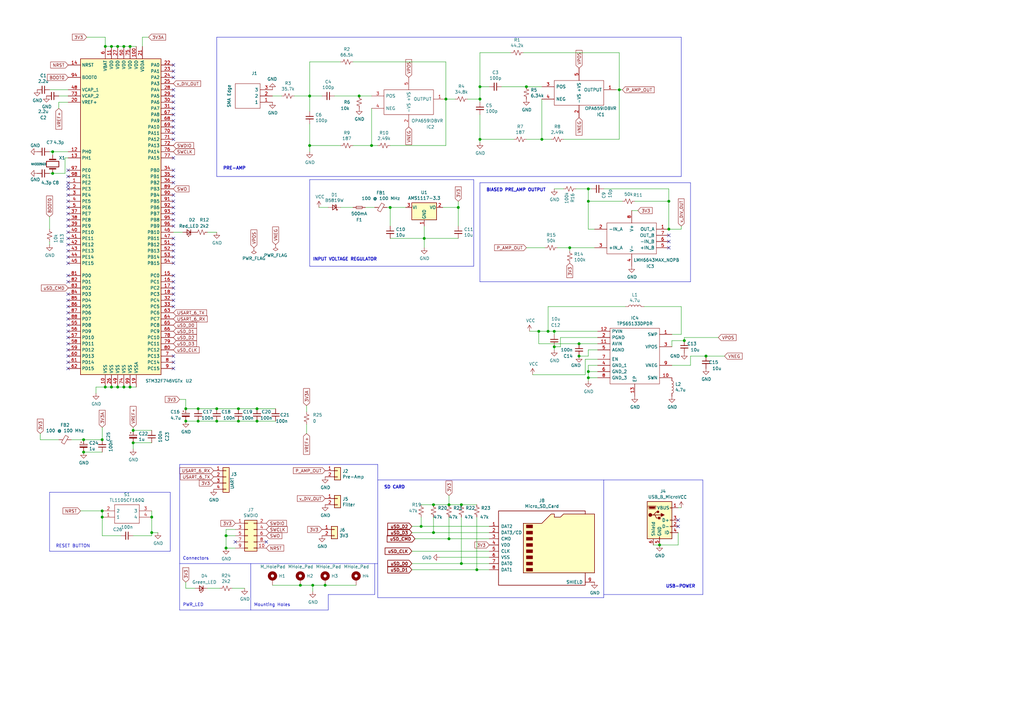
<source format=kicad_sch>
(kicad_sch (version 20200828) (generator eeschema)
  (page 1 1)
  (paper "A3")
  (junction (at 21.59 62.23) (diameter 1.016))
  (junction (at 21.59 71.12) (diameter 1.016))
  (junction (at 34.29 180.34) (diameter 1.016))
  (junction (at 34.29 185.42) (diameter 1.016))
  (junction (at 41.91 180.34) (diameter 1.016))
  (junction (at 41.91 209.55) (diameter 1.016))
  (junction (at 41.91 212.09) (diameter 1.016))
  (junction (at 43.18 19.05) (diameter 1.016))
  (junction (at 43.18 158.75) (diameter 1.016))
  (junction (at 45.72 19.05) (diameter 1.016))
  (junction (at 45.72 158.75) (diameter 1.016))
  (junction (at 48.26 19.05) (diameter 1.016))
  (junction (at 48.26 158.75) (diameter 1.016))
  (junction (at 50.8 19.05) (diameter 1.016))
  (junction (at 50.8 158.75) (diameter 1.016))
  (junction (at 53.34 19.05) (diameter 1.016))
  (junction (at 53.34 158.75) (diameter 1.016))
  (junction (at 54.61 176.53) (diameter 1.016))
  (junction (at 54.61 181.61) (diameter 1.016))
  (junction (at 62.23 212.09) (diameter 1.016))
  (junction (at 62.23 218.44) (diameter 1.016))
  (junction (at 76.2 167.64) (diameter 1.016))
  (junction (at 76.2 172.72) (diameter 1.016))
  (junction (at 81.28 167.64) (diameter 1.016))
  (junction (at 81.28 172.72) (diameter 1.016))
  (junction (at 88.9 167.64) (diameter 1.016))
  (junction (at 88.9 172.72) (diameter 1.016))
  (junction (at 92.71 219.71) (diameter 1.016))
  (junction (at 92.71 224.79) (diameter 1.016))
  (junction (at 97.79 167.64) (diameter 1.016))
  (junction (at 97.79 172.72) (diameter 1.016))
  (junction (at 105.41 167.64) (diameter 1.016))
  (junction (at 105.41 172.72) (diameter 1.016))
  (junction (at 123.19 240.03) (diameter 1.016))
  (junction (at 127 39.37) (diameter 1.016))
  (junction (at 127 59.69) (diameter 1.016))
  (junction (at 128.27 240.03) (diameter 1.016))
  (junction (at 133.35 240.03) (diameter 1.016))
  (junction (at 147.32 39.37) (diameter 1.016))
  (junction (at 152.4 59.69) (diameter 1.016))
  (junction (at 160.02 85.09) (diameter 1.016))
  (junction (at 172.72 215.9) (diameter 1.016))
  (junction (at 173.99 97.79) (diameter 1.016))
  (junction (at 177.8 207.01) (diameter 1.016))
  (junction (at 177.8 218.44) (diameter 1.016))
  (junction (at 182.88 40.64) (diameter 1.016))
  (junction (at 184.15 207.01) (diameter 1.016))
  (junction (at 184.15 220.98) (diameter 1.016))
  (junction (at 187.96 85.09) (diameter 1.016))
  (junction (at 189.23 207.01) (diameter 1.016))
  (junction (at 189.23 231.14) (diameter 1.016))
  (junction (at 195.58 233.68) (diameter 1.016))
  (junction (at 196.85 35.56) (diameter 1.016))
  (junction (at 196.85 40.64) (diameter 1.016))
  (junction (at 196.85 57.15) (diameter 1.016))
  (junction (at 215.9 35.56) (diameter 1.016))
  (junction (at 220.98 135.89) (diameter 1.016))
  (junction (at 222.25 57.15) (diameter 1.016))
  (junction (at 224.79 135.89) (diameter 1.016))
  (junction (at 227.33 135.89) (diameter 1.016))
  (junction (at 227.33 142.24) (diameter 1.016))
  (junction (at 233.68 101.6) (diameter 1.016))
  (junction (at 237.49 140.97) (diameter 1.016))
  (junction (at 237.49 146.05) (diameter 1.016))
  (junction (at 241.3 77.47) (diameter 1.016))
  (junction (at 241.3 82.55) (diameter 1.016))
  (junction (at 241.3 152.4) (diameter 1.016))
  (junction (at 241.3 154.94) (diameter 1.016))
  (junction (at 254 36.83) (diameter 1.016))
  (junction (at 270.51 223.52) (diameter 1.016))
  (junction (at 274.32 82.55) (diameter 1.016))
  (junction (at 274.32 93.98) (diameter 1.016))
  (junction (at 280.67 139.7) (diameter 1.016))
  (junction (at 289.56 146.05) (diameter 1.016))
  (no_connect (at 71.12 31.75))
  (no_connect (at 71.12 46.99))
  (no_connect (at 71.12 118.11))
  (no_connect (at 27.94 128.27))
  (no_connect (at 278.13 213.36))
  (no_connect (at 71.12 41.91))
  (no_connect (at 27.94 76.2))
  (no_connect (at 109.22 222.25))
  (no_connect (at 71.12 69.85))
  (no_connect (at 27.94 140.97))
  (no_connect (at 27.94 82.55))
  (no_connect (at 71.12 72.39))
  (no_connect (at 71.12 64.77))
  (no_connect (at 71.12 123.19))
  (no_connect (at 27.94 100.33))
  (no_connect (at 27.94 105.41))
  (no_connect (at 71.12 74.93))
  (no_connect (at 71.12 54.61))
  (no_connect (at 27.94 74.93))
  (no_connect (at 27.94 92.71))
  (no_connect (at 27.94 85.09))
  (no_connect (at 27.94 69.85))
  (no_connect (at 71.12 82.55))
  (no_connect (at 71.12 39.37))
  (no_connect (at 27.94 151.13))
  (no_connect (at 27.94 72.39))
  (no_connect (at 27.94 102.87))
  (no_connect (at 274.32 96.52))
  (no_connect (at 71.12 107.95))
  (no_connect (at 71.12 125.73))
  (no_connect (at 71.12 57.15))
  (no_connect (at 27.94 148.59))
  (no_connect (at 27.94 90.17))
  (no_connect (at 27.94 138.43))
  (no_connect (at 71.12 97.79))
  (no_connect (at 71.12 36.83))
  (no_connect (at 27.94 80.01))
  (no_connect (at 274.32 101.6))
  (no_connect (at 71.12 44.45))
  (no_connect (at 27.94 77.47))
  (no_connect (at 278.13 215.9))
  (no_connect (at 27.94 87.63))
  (no_connect (at 71.12 100.33))
  (no_connect (at 71.12 148.59))
  (no_connect (at 27.94 95.25))
  (no_connect (at 27.94 120.65))
  (no_connect (at 71.12 85.09))
  (no_connect (at 274.32 99.06))
  (no_connect (at 71.12 80.01))
  (no_connect (at 27.94 146.05))
  (no_connect (at 27.94 130.81))
  (no_connect (at 71.12 49.53))
  (no_connect (at 27.94 125.73))
  (no_connect (at 71.12 113.03))
  (no_connect (at 71.12 52.07))
  (no_connect (at 71.12 120.65))
  (no_connect (at 71.12 90.17))
  (no_connect (at 27.94 133.35))
  (no_connect (at 27.94 107.95))
  (no_connect (at 71.12 151.13))
  (no_connect (at 71.12 87.63))
  (no_connect (at 27.94 123.19))
  (no_connect (at 71.12 105.41))
  (no_connect (at 27.94 97.79))
  (no_connect (at 71.12 115.57))
  (no_connect (at 71.12 26.67))
  (no_connect (at 27.94 115.57))
  (no_connect (at 71.12 146.05))
  (no_connect (at 27.94 113.03))
  (no_connect (at 71.12 92.71))
  (no_connect (at 27.94 143.51))
  (no_connect (at 27.94 135.89))
  (no_connect (at 96.52 222.25))
  (no_connect (at 71.12 29.21))
  (no_connect (at 71.12 102.87))
  (wire (pts (xy 16.51 180.34) (xy 16.51 177.8)))
  (wire (pts (xy 20.32 36.83) (xy 27.94 36.83)))
  (wire (pts (xy 20.32 62.23) (xy 21.59 62.23)))
  (wire (pts (xy 20.32 71.12) (xy 21.59 71.12)))
  (wire (pts (xy 20.32 93.98) (xy 20.32 88.9)))
  (wire (pts (xy 20.32 100.33) (xy 20.32 99.06)))
  (wire (pts (xy 21.59 62.23) (xy 27.94 62.23)))
  (wire (pts (xy 21.59 63.5) (xy 21.59 62.23)))
  (wire (pts (xy 24.13 39.37) (xy 27.94 39.37)))
  (wire (pts (xy 24.13 41.91) (xy 27.94 41.91)))
  (wire (pts (xy 24.13 44.45) (xy 24.13 41.91)))
  (wire (pts (xy 24.13 180.34) (xy 16.51 180.34)))
  (wire (pts (xy 26.67 64.77) (xy 26.67 71.12)))
  (wire (pts (xy 26.67 71.12) (xy 21.59 71.12)))
  (wire (pts (xy 27.94 64.77) (xy 26.67 64.77)))
  (wire (pts (xy 29.21 180.34) (xy 34.29 180.34)))
  (wire (pts (xy 35.56 15.24) (xy 43.18 15.24)))
  (wire (pts (xy 39.37 158.75) (xy 43.18 158.75)))
  (wire (pts (xy 39.37 161.29) (xy 39.37 158.75)))
  (wire (pts (xy 41.91 180.34) (xy 34.29 180.34)))
  (wire (pts (xy 41.91 180.34) (xy 41.91 175.26)))
  (wire (pts (xy 41.91 185.42) (xy 34.29 185.42)))
  (wire (pts (xy 41.91 209.55) (xy 33.02 209.55)))
  (wire (pts (xy 41.91 212.09) (xy 41.91 209.55)))
  (wire (pts (xy 41.91 219.71) (xy 41.91 212.09)))
  (wire (pts (xy 43.18 15.24) (xy 43.18 19.05)))
  (wire (pts (xy 45.72 19.05) (xy 43.18 19.05)))
  (wire (pts (xy 45.72 158.75) (xy 43.18 158.75)))
  (wire (pts (xy 48.26 19.05) (xy 45.72 19.05)))
  (wire (pts (xy 48.26 158.75) (xy 45.72 158.75)))
  (wire (pts (xy 49.53 219.71) (xy 41.91 219.71)))
  (wire (pts (xy 50.8 19.05) (xy 48.26 19.05)))
  (wire (pts (xy 50.8 158.75) (xy 48.26 158.75)))
  (wire (pts (xy 53.34 19.05) (xy 50.8 19.05)))
  (wire (pts (xy 53.34 158.75) (xy 50.8 158.75)))
  (wire (pts (xy 54.61 176.53) (xy 54.61 175.26)))
  (wire (pts (xy 54.61 181.61) (xy 54.61 184.15)))
  (wire (pts (xy 54.61 219.71) (xy 62.23 219.71)))
  (wire (pts (xy 55.88 19.05) (xy 53.34 19.05)))
  (wire (pts (xy 55.88 158.75) (xy 53.34 158.75)))
  (wire (pts (xy 58.42 15.24) (xy 60.96 15.24)))
  (wire (pts (xy 58.42 19.05) (xy 58.42 15.24)))
  (wire (pts (xy 62.23 176.53) (xy 54.61 176.53)))
  (wire (pts (xy 62.23 181.61) (xy 54.61 181.61)))
  (wire (pts (xy 62.23 212.09) (xy 62.23 209.55)))
  (wire (pts (xy 62.23 218.44) (xy 62.23 212.09)))
  (wire (pts (xy 62.23 219.71) (xy 62.23 218.44)))
  (wire (pts (xy 64.77 218.44) (xy 62.23 218.44)))
  (wire (pts (xy 74.93 95.25) (xy 71.12 95.25)))
  (wire (pts (xy 76.2 163.83) (xy 73.66 163.83)))
  (wire (pts (xy 76.2 163.83) (xy 76.2 167.64)))
  (wire (pts (xy 76.2 241.3) (xy 76.2 238.76)))
  (wire (pts (xy 76.2 241.3) (xy 80.01 241.3)))
  (wire (pts (xy 81.28 167.64) (xy 76.2 167.64)))
  (wire (pts (xy 81.28 167.64) (xy 88.9 167.64)))
  (wire (pts (xy 81.28 172.72) (xy 76.2 172.72)))
  (wire (pts (xy 85.09 95.25) (xy 88.9 95.25)))
  (wire (pts (xy 85.09 241.3) (xy 90.17 241.3)))
  (wire (pts (xy 88.9 167.64) (xy 97.79 167.64)))
  (wire (pts (xy 88.9 172.72) (xy 81.28 172.72)))
  (wire (pts (xy 88.9 172.72) (xy 97.79 172.72)))
  (wire (pts (xy 92.71 217.17) (xy 92.71 219.71)))
  (wire (pts (xy 92.71 219.71) (xy 92.71 224.79)))
  (wire (pts (xy 95.25 241.3) (xy 100.33 241.3)))
  (wire (pts (xy 96.52 217.17) (xy 92.71 217.17)))
  (wire (pts (xy 96.52 219.71) (xy 92.71 219.71)))
  (wire (pts (xy 96.52 224.79) (xy 92.71 224.79)))
  (wire (pts (xy 97.79 167.64) (xy 105.41 167.64)))
  (wire (pts (xy 97.79 172.72) (xy 105.41 172.72)))
  (wire (pts (xy 105.41 167.64) (xy 113.03 167.64)))
  (wire (pts (xy 105.41 172.72) (xy 113.03 172.72)))
  (wire (pts (xy 111.76 39.37) (xy 115.57 39.37)))
  (wire (pts (xy 111.76 240.03) (xy 123.19 240.03)))
  (wire (pts (xy 120.65 39.37) (xy 127 39.37)))
  (wire (pts (xy 123.19 240.03) (xy 128.27 240.03)))
  (wire (pts (xy 125.73 166.37) (xy 125.73 168.91)))
  (wire (pts (xy 125.73 173.99) (xy 125.73 177.8)))
  (wire (pts (xy 127 25.4) (xy 127 39.37)))
  (wire (pts (xy 127 39.37) (xy 127 45.72)))
  (wire (pts (xy 127 39.37) (xy 132.08 39.37)))
  (wire (pts (xy 127 50.8) (xy 127 59.69)))
  (wire (pts (xy 127 59.69) (xy 127 62.23)))
  (wire (pts (xy 128.27 240.03) (xy 133.35 240.03)))
  (wire (pts (xy 128.27 242.57) (xy 128.27 240.03)))
  (wire (pts (xy 134.62 85.09) (xy 130.81 85.09)))
  (wire (pts (xy 137.16 39.37) (xy 147.32 39.37)))
  (wire (pts (xy 139.7 25.4) (xy 127 25.4)))
  (wire (pts (xy 139.7 59.69) (xy 127 59.69)))
  (wire (pts (xy 139.7 85.09) (xy 144.78 85.09)))
  (wire (pts (xy 144.78 25.4) (xy 182.88 25.4)))
  (wire (pts (xy 144.78 59.69) (xy 152.4 59.69)))
  (wire (pts (xy 146.05 240.03) (xy 133.35 240.03)))
  (wire (pts (xy 147.32 39.37) (xy 152.4 39.37)))
  (wire (pts (xy 149.86 85.09) (xy 153.67 85.09)))
  (wire (pts (xy 152.4 44.45) (xy 152.4 59.69)))
  (wire (pts (xy 152.4 59.69) (xy 154.94 59.69)))
  (wire (pts (xy 158.75 85.09) (xy 160.02 85.09)))
  (wire (pts (xy 160.02 59.69) (xy 182.88 59.69)))
  (wire (pts (xy 160.02 85.09) (xy 160.02 92.71)))
  (wire (pts (xy 160.02 97.79) (xy 173.99 97.79)))
  (wire (pts (xy 166.37 85.09) (xy 160.02 85.09)))
  (wire (pts (xy 168.91 215.9) (xy 172.72 215.9)))
  (wire (pts (xy 168.91 218.44) (xy 177.8 218.44)))
  (wire (pts (xy 168.91 226.06) (xy 200.66 226.06)))
  (wire (pts (xy 168.91 231.14) (xy 189.23 231.14)))
  (wire (pts (xy 168.91 233.68) (xy 195.58 233.68)))
  (wire (pts (xy 170.18 220.98) (xy 184.15 220.98)))
  (wire (pts (xy 172.72 207.01) (xy 177.8 207.01)))
  (wire (pts (xy 172.72 212.09) (xy 172.72 215.9)))
  (wire (pts (xy 172.72 215.9) (xy 200.66 215.9)))
  (wire (pts (xy 173.99 97.79) (xy 173.99 92.71)))
  (wire (pts (xy 173.99 97.79) (xy 173.99 101.6)))
  (wire (pts (xy 177.8 212.09) (xy 177.8 218.44)))
  (wire (pts (xy 177.8 218.44) (xy 200.66 218.44)))
  (wire (pts (xy 181.61 85.09) (xy 187.96 85.09)))
  (wire (pts (xy 182.88 25.4) (xy 182.88 40.64)))
  (wire (pts (xy 182.88 59.69) (xy 182.88 40.64)))
  (wire (pts (xy 184.15 203.2) (xy 184.15 207.01)))
  (wire (pts (xy 184.15 207.01) (xy 177.8 207.01)))
  (wire (pts (xy 184.15 207.01) (xy 189.23 207.01)))
  (wire (pts (xy 184.15 212.09) (xy 184.15 220.98)))
  (wire (pts (xy 184.15 220.98) (xy 200.66 220.98)))
  (wire (pts (xy 186.69 40.64) (xy 182.88 40.64)))
  (wire (pts (xy 187.96 82.55) (xy 187.96 85.09)))
  (wire (pts (xy 187.96 85.09) (xy 187.96 92.71)))
  (wire (pts (xy 187.96 97.79) (xy 173.99 97.79)))
  (wire (pts (xy 189.23 212.09) (xy 189.23 231.14)))
  (wire (pts (xy 189.23 231.14) (xy 200.66 231.14)))
  (wire (pts (xy 191.77 40.64) (xy 196.85 40.64)))
  (wire (pts (xy 195.58 207.01) (xy 189.23 207.01)))
  (wire (pts (xy 195.58 212.09) (xy 195.58 233.68)))
  (wire (pts (xy 195.58 233.68) (xy 200.66 233.68)))
  (wire (pts (xy 196.85 21.59) (xy 196.85 35.56)))
  (wire (pts (xy 196.85 35.56) (xy 196.85 40.64)))
  (wire (pts (xy 196.85 40.64) (xy 196.85 41.91)))
  (wire (pts (xy 196.85 46.99) (xy 196.85 57.15)))
  (wire (pts (xy 196.85 57.15) (xy 196.85 58.42)))
  (wire (pts (xy 196.85 57.15) (xy 210.82 57.15)))
  (wire (pts (xy 200.66 35.56) (xy 196.85 35.56)))
  (wire (pts (xy 200.66 228.6) (xy 180.34 228.6)))
  (wire (pts (xy 205.74 35.56) (xy 215.9 35.56)))
  (wire (pts (xy 209.55 21.59) (xy 196.85 21.59)))
  (wire (pts (xy 214.63 21.59) (xy 254 21.59)))
  (wire (pts (xy 215.9 35.56) (xy 222.25 35.56)))
  (wire (pts (xy 215.9 57.15) (xy 222.25 57.15)))
  (wire (pts (xy 217.17 135.89) (xy 220.98 135.89)))
  (wire (pts (xy 220.98 135.89) (xy 220.98 140.97)))
  (wire (pts (xy 220.98 135.89) (xy 224.79 135.89)))
  (wire (pts (xy 220.98 140.97) (xy 237.49 140.97)))
  (wire (pts (xy 222.25 40.64) (xy 222.25 57.15)))
  (wire (pts (xy 222.25 57.15) (xy 226.06 57.15)))
  (wire (pts (xy 223.52 101.6) (xy 215.9 101.6)))
  (wire (pts (xy 224.79 125.73) (xy 224.79 135.89)))
  (wire (pts (xy 224.79 125.73) (xy 256.54 125.73)))
  (wire (pts (xy 224.79 135.89) (xy 227.33 135.89)))
  (wire (pts (xy 227.33 135.89) (xy 245.11 135.89)))
  (wire (pts (xy 227.33 137.16) (xy 227.33 135.89)))
  (wire (pts (xy 227.33 143.51) (xy 227.33 142.24)))
  (wire (pts (xy 228.6 101.6) (xy 233.68 101.6)))
  (wire (pts (xy 229.87 138.43) (xy 229.87 142.24)))
  (wire (pts (xy 229.87 142.24) (xy 227.33 142.24)))
  (wire (pts (xy 231.14 57.15) (xy 254 57.15)))
  (wire (pts (xy 231.14 77.47) (xy 227.33 77.47)))
  (wire (pts (xy 233.68 101.6) (xy 233.68 102.87)))
  (wire (pts (xy 236.22 77.47) (xy 241.3 77.47)))
  (wire (pts (xy 240.03 147.32) (xy 240.03 153.67)))
  (wire (pts (xy 240.03 153.67) (xy 218.44 153.67)))
  (wire (pts (xy 241.3 77.47) (xy 241.3 82.55)))
  (wire (pts (xy 241.3 77.47) (xy 242.57 77.47)))
  (wire (pts (xy 241.3 82.55) (xy 241.3 93.98)))
  (wire (pts (xy 241.3 93.98) (xy 243.84 93.98)))
  (wire (pts (xy 241.3 143.51) (xy 241.3 146.05)))
  (wire (pts (xy 241.3 146.05) (xy 237.49 146.05)))
  (wire (pts (xy 241.3 149.86) (xy 241.3 152.4)))
  (wire (pts (xy 241.3 152.4) (xy 241.3 154.94)))
  (wire (pts (xy 241.3 152.4) (xy 245.11 152.4)))
  (wire (pts (xy 241.3 154.94) (xy 241.3 156.21)))
  (wire (pts (xy 243.84 101.6) (xy 233.68 101.6)))
  (wire (pts (xy 245.11 138.43) (xy 229.87 138.43)))
  (wire (pts (xy 245.11 140.97) (xy 237.49 140.97)))
  (wire (pts (xy 245.11 143.51) (xy 241.3 143.51)))
  (wire (pts (xy 245.11 147.32) (xy 240.03 147.32)))
  (wire (pts (xy 245.11 149.86) (xy 241.3 149.86)))
  (wire (pts (xy 245.11 154.94) (xy 241.3 154.94)))
  (wire (pts (xy 247.65 77.47) (xy 274.32 77.47)))
  (wire (pts (xy 252.73 36.83) (xy 254 36.83)))
  (wire (pts (xy 254 21.59) (xy 254 36.83)))
  (wire (pts (xy 254 36.83) (xy 255.27 36.83)))
  (wire (pts (xy 254 57.15) (xy 254 36.83)))
  (wire (pts (xy 255.27 82.55) (xy 241.3 82.55)))
  (wire (pts (xy 259.08 86.36) (xy 261.62 86.36)))
  (wire (pts (xy 260.35 82.55) (xy 274.32 82.55)))
  (wire (pts (xy 264.16 125.73) (xy 279.4 125.73)))
  (wire (pts (xy 267.97 223.52) (xy 270.51 223.52)))
  (wire (pts (xy 274.32 77.47) (xy 274.32 82.55)))
  (wire (pts (xy 274.32 82.55) (xy 274.32 93.98)))
  (wire (pts (xy 275.59 139.7) (xy 280.67 139.7)))
  (wire (pts (xy 275.59 142.24) (xy 275.59 139.7)))
  (wire (pts (xy 278.13 208.28) (xy 279.4 208.28)))
  (wire (pts (xy 278.13 218.44) (xy 278.13 223.52)))
  (wire (pts (xy 278.13 223.52) (xy 270.51 223.52)))
  (wire (pts (xy 279.4 92.71) (xy 279.4 93.98)))
  (wire (pts (xy 279.4 93.98) (xy 274.32 93.98)))
  (wire (pts (xy 279.4 125.73) (xy 279.4 137.16)))
  (wire (pts (xy 279.4 137.16) (xy 275.59 137.16)))
  (wire (pts (xy 280.67 138.43) (xy 280.67 139.7)))
  (wire (pts (xy 283.21 146.05) (xy 283.21 149.86)))
  (wire (pts (xy 283.21 149.86) (xy 275.59 149.86)))
  (wire (pts (xy 289.56 146.05) (xy 283.21 146.05)))
  (wire (pts (xy 294.64 138.43) (xy 280.67 138.43)))
  (wire (pts (xy 297.18 146.05) (xy 289.56 146.05)))
  (polyline (pts (xy 20.32 201.93) (xy 69.85 201.93)) (stroke (width 0) (type solid)))
  (polyline (pts (xy 20.32 226.06) (xy 20.32 201.93)) (stroke (width 0) (type solid)))
  (polyline (pts (xy 69.85 201.93) (xy 69.85 226.06)) (stroke (width 0) (type solid)))
  (polyline (pts (xy 69.85 226.06) (xy 20.32 226.06)) (stroke (width 0) (type solid)))
  (polyline (pts (xy 73.66 190.5) (xy 73.66 250.19)) (stroke (width 0) (type solid)))
  (polyline (pts (xy 73.66 190.5) (xy 154.94 190.5)) (stroke (width 0) (type solid)))
  (polyline (pts (xy 73.66 231.14) (xy 154.94 231.14)) (stroke (width 0) (type solid)))
  (polyline (pts (xy 73.66 250.19) (xy 134.62 250.19)) (stroke (width 0) (type solid)))
  (polyline (pts (xy 88.9 15.24) (xy 88.9 72.39)) (stroke (width 0) (type solid)))
  (polyline (pts (xy 88.9 72.39) (xy 279.4 72.39)) (stroke (width 0) (type solid)))
  (polyline (pts (xy 102.87 250.19) (xy 102.87 231.14)) (stroke (width 0) (type solid)))
  (polyline (pts (xy 127 73.66) (xy 194.31 73.66)) (stroke (width 0) (type solid)))
  (polyline (pts (xy 127 109.22) (xy 127 73.66)) (stroke (width 0) (type solid)))
  (polyline (pts (xy 134.62 243.84) (xy 134.62 250.19)) (stroke (width 0) (type solid)))
  (polyline (pts (xy 153.67 231.14) (xy 153.67 243.84)) (stroke (width 0) (type solid)))
  (polyline (pts (xy 153.67 243.84) (xy 134.62 243.84)) (stroke (width 0) (type solid)))
  (polyline (pts (xy 154.94 190.5) (xy 154.94 245.11)) (stroke (width 0) (type solid)))
  (polyline (pts (xy 154.94 196.85) (xy 288.29 196.85)) (stroke (width 0) (type solid)))
  (polyline (pts (xy 194.31 73.66) (xy 194.31 109.22)) (stroke (width 0) (type solid)))
  (polyline (pts (xy 194.31 109.22) (xy 127 109.22)) (stroke (width 0) (type solid)))
  (polyline (pts (xy 196.85 74.93) (xy 196.85 115.57)) (stroke (width 0) (type solid)))
  (polyline (pts (xy 196.85 115.57) (xy 283.21 115.57)) (stroke (width 0) (type solid)))
  (polyline (pts (xy 247.65 196.85) (xy 247.65 245.11)) (stroke (width 0) (type solid)))
  (polyline (pts (xy 247.65 245.11) (xy 154.94 245.11)) (stroke (width 0) (type solid)))
  (polyline (pts (xy 279.4 15.24) (xy 88.9 15.24)) (stroke (width 0) (type solid)))
  (polyline (pts (xy 279.4 72.39) (xy 279.4 15.24)) (stroke (width 0) (type solid)))
  (polyline (pts (xy 283.21 74.93) (xy 196.85 74.93)) (stroke (width 0) (type solid)))
  (polyline (pts (xy 283.21 115.57) (xy 283.21 74.93)) (stroke (width 0) (type solid)))
  (polyline (pts (xy 288.29 196.85) (xy 288.29 243.84)) (stroke (width 0) (type solid)))
  (polyline (pts (xy 288.29 243.84) (xy 247.65 243.84)) (stroke (width 0) (type solid)))
  (text "RESET BUTTON\n" (at 22.86 224.79 0) (effects (font (size 1.27 1.27)) (justify left bottom)))
  (text "Connectors\n" (at 74.93 229.87 0) (effects (font (size 1.27 1.27)) (justify left bottom)))
  (text "PWR_LED" (at 74.93 248.92 0) (effects (font (size 1.27 1.27)) (justify left bottom)))
  (text "PRE-AMP\n" (at 91.44 69.85 0) (effects (font (size 1.27 1.27) (thickness 0.254) bold) (justify left bottom)))
  (text "Mounting Holes\n" (at 104.14 248.92 0) (effects (font (size 1.27 1.27)) (justify left bottom)))
  (text "INPUT VOLTAGE REGULATOR\n " (at 128.27 109.22 0) (effects (font (size 1.27 1.27) (thickness 0.254) bold) (justify left bottom)))
  (text "SD CARD\n" (at 157.48 200.66 0) (effects (font (size 1.27 1.27) (thickness 0.254) bold) (justify left bottom)))
  (text "BIASED PRE_AMP OUTPUT" (at 199.39 78.74 0) (effects (font (size 1.27 1.27) (thickness 0.254) bold) (justify left bottom)))
  (text "USB-POWER" (at 273.05 241.3 0) (effects (font (size 1.27 1.27) (thickness 0.254) bold) (justify left bottom)))
  (global_label "3V3" (shape input) (at 16.51 177.8 90))
  (global_label "BOOT0" (shape input) (at 20.32 88.9 90))
  (global_label "VREF+" (shape input) (at 24.13 44.45 270))
  (global_label "NRST" (shape input) (at 27.94 26.67 180))
  (global_label "BOOT0" (shape input) (at 27.94 31.75 180))
  (global_label "uSD_CMD" (shape input) (at 27.94 118.11 180))
  (global_label "NRST" (shape input) (at 33.02 209.55 180))
  (global_label "3V3" (shape input) (at 35.56 15.24 180))
  (global_label "3V3A" (shape input) (at 41.91 175.26 90))
  (global_label "VREF+" (shape input) (at 54.61 175.26 90))
  (global_label "3V3A" (shape input) (at 60.96 15.24 0))
  (global_label "v_DIV_OUT" (shape input) (at 71.12 34.29 0) (effects (font (size 1.1938 1.1938))))
  (global_label "SWDIO" (shape input) (at 71.12 59.69 0))
  (global_label "SWCLK" (shape input) (at 71.12 62.23 0))
  (global_label "SWO" (shape input) (at 71.12 77.47 0))
  (global_label "USART_6_TX" (shape input) (at 71.12 128.27 0))
  (global_label "USART_6_RX" (shape input) (at 71.12 130.81 0))
  (global_label "uSD_D0" (shape input) (at 71.12 133.35 0))
  (global_label "uSD_D1" (shape input) (at 71.12 135.89 0))
  (global_label "uSD_D2" (shape input) (at 71.12 138.43 0))
  (global_label "uSD_D3" (shape input) (at 71.12 140.97 0))
  (global_label "uSD_CLK" (shape input) (at 71.12 143.51 0))
  (global_label "3V3" (shape input) (at 73.66 163.83 180))
  (global_label "3V3" (shape input) (at 76.2 238.76 90))
  (global_label "USART_6_RX" (shape input) (at 87.63 193.04 180))
  (global_label "USART_6_TX" (shape input) (at 87.63 195.58 180))
  (global_label "3V3" (shape input) (at 87.63 198.12 180))
  (global_label "3V3" (shape input) (at 96.52 214.63 180))
  (global_label "VPOS" (shape input) (at 104.14 101.6 90))
  (global_label "SWDIO" (shape input) (at 109.22 214.63 0))
  (global_label "SWCLK" (shape input) (at 109.22 217.17 0))
  (global_label "SWO" (shape input) (at 109.22 219.71 0))
  (global_label "NRST" (shape input) (at 109.22 224.79 0))
  (global_label "VNEG" (shape input) (at 113.03 100.33 90))
  (global_label "3V3A" (shape input) (at 125.73 166.37 90))
  (global_label "VREF+" (shape input) (at 125.73 177.8 270))
  (global_label "3V3" (shape input) (at 132.08 217.17 180))
  (global_label "P_AMP_OUT" (shape input) (at 133.35 193.04 180))
  (global_label "v_DIV_OUT" (shape input) (at 133.35 204.47 180) (effects (font (size 1.2192 1.2192))))
  (global_label "VPOS" (shape input) (at 167.64 31.75 90))
  (global_label "VNEG" (shape input) (at 167.64 52.07 270))
  (global_label "uSD_D2" (shape input) (at 168.91 215.9 180) (effects (font (thickness 0.254) bold)))
  (global_label "uSD_D3" (shape input) (at 168.91 218.44 180) (effects (font (thickness 0.254) bold)))
  (global_label "uSD_CLK" (shape input) (at 168.91 226.06 180) (effects (font (thickness 0.254) bold)))
  (global_label "uSD_D0" (shape input) (at 168.91 231.14 180) (effects (font (thickness 0.254) bold)))
  (global_label "uSD_D1" (shape input) (at 168.91 233.68 180) (effects (font (thickness 0.254) bold)))
  (global_label "uSD_CMD" (shape input) (at 170.18 220.98 180) (effects (font (thickness 0.254) bold)))
  (global_label "3V3" (shape input) (at 184.15 203.2 90))
  (global_label "3V3" (shape input) (at 187.96 82.55 90))
  (global_label "3V3" (shape input) (at 200.66 223.52 180))
  (global_label "P_AMP_OUT" (shape input) (at 215.9 101.6 180))
  (global_label "3V3" (shape input) (at 233.68 107.95 270))
  (global_label "VPOS" (shape input) (at 237.49 27.94 90))
  (global_label "VNEG" (shape input) (at 237.49 48.26 270))
  (global_label "P_AMP_OUT" (shape input) (at 255.27 36.83 0))
  (global_label "3V3" (shape input) (at 261.62 86.36 0))
  (global_label "v_DIV_OUT" (shape input) (at 279.4 92.71 90) (effects (font (size 1.1938 1.1938))))
  (global_label "VPOS" (shape input) (at 294.64 138.43 0))
  (global_label "VNEG" (shape input) (at 297.18 146.05 0))
  (symbol (lib_id "power:PWR_FLAG") (at 104.14 101.6 180) (unit 1)
    (property "Reference" "#FLG0102" (effects hide))
    (property "Value" "PWR_FLAG" (at 104.14 105.9942 0))
  )
  (symbol (lib_id "power:PWR_FLAG") (at 113.03 100.33 180) (unit 1)
    (property "Reference" "#FLG01" (effects hide))
    (property "Value" "PWR_FLAG" (at 113.03 104.7242 0))
  )
  (symbol (lib_id "Device:Fuse_Small") (at 147.32 85.09 0) (unit 1)
    (property "Reference" "F1" (at 147.32 90.17 0))
    (property "Value" "500mA" (at 147.32 87.63 0))
    (property "Footprint" "Fuse:Fuse_0603_1608Metric" (effects hide))
  )
  (symbol (lib_id "power:VCC") (at 130.81 85.09 0) (unit 1)
    (property "Reference" "#PWR012" (effects hide))
    (property "Value" "VCC" (at 131.2418 80.6958 0))
  )
  (symbol (lib_id "power:VCC") (at 217.17 135.89 0) (unit 1)
    (property "Reference" "#PWR018" (effects hide))
    (property "Value" "VCC" (at 217.6018 131.4958 0))
  )
  (symbol (lib_id "power:VCC") (at 218.44 153.67 0) (unit 1)
    (property "Reference" "#PWR039" (effects hide))
    (property "Value" "VCC" (at 218.8718 149.2758 0))
  )
  (symbol (lib_id "power:VCC") (at 279.4 208.28 0) (unit 1)
    (property "Reference" "#PWR0101" (effects hide))
    (property "Value" "VCC" (at 279.8318 203.8858 0))
  )
  (symbol (lib_id "Device:L") (at 260.35 125.73 90) (unit 1)
    (property "Reference" "L1" (at 260.35 120.904 90))
    (property "Value" "4.7u" (at 260.35 123.2154 90))
    (property "Footprint" "Inductor_SMD:L_Coilcraft_XxL4020" (effects hide))
  )
  (symbol (lib_id "Device:L") (at 275.59 158.75 0) (unit 1)
    (property "Reference" "L2" (at 276.9108 157.5816 0) (effects (justify left)))
    (property "Value" "4.7u" (at 276.9108 159.893 0) (effects (justify left)))
    (property "Footprint" "Inductor_SMD:L_Coilcraft_XxL4020" (effects hide))
  )
  (symbol (lib_id "power:GND") (at 15.24 36.83 0) (unit 1)
    (property "Reference" "#PWR01" (effects hide))
    (property "Value" "GND" (at 15.367 41.2242 0))
  )
  (symbol (lib_id "power:GND") (at 15.24 62.23 270) (unit 1)
    (property "Reference" "#PWR08" (effects hide))
    (property "Value" "GND" (at 16.51 59.69 90) (effects (justify right)))
  )
  (symbol (lib_id "power:GND") (at 15.24 71.12 270) (unit 1)
    (property "Reference" "#PWR010" (effects hide))
    (property "Value" "GND" (at 16.51 73.66 90) (effects (justify right)))
  )
  (symbol (lib_id "power:GND") (at 19.05 39.37 0) (unit 1)
    (property "Reference" "#PWR02" (effects hide))
    (property "Value" "GND" (at 19.177 43.7642 0))
  )
  (symbol (lib_id "power:GND") (at 20.32 100.33 0) (unit 1)
    (property "Reference" "#PWR014" (effects hide))
    (property "Value" "GND" (at 20.447 104.7242 0))
  )
  (symbol (lib_id "power:GND") (at 34.29 185.42 0) (unit 1)
    (property "Reference" "#PWR025" (effects hide))
    (property "Value" "GND" (at 34.417 189.8142 0))
  )
  (symbol (lib_id "power:GND") (at 39.37 161.29 0) (unit 1)
    (property "Reference" "#PWR023" (effects hide))
    (property "Value" "GND" (at 39.497 165.6842 0))
  )
  (symbol (lib_id "power:GND") (at 54.61 184.15 0) (unit 1)
    (property "Reference" "#PWR026" (effects hide))
    (property "Value" "GND" (at 54.737 188.5442 0))
  )
  (symbol (lib_id "power:GND") (at 64.77 218.44 0) (unit 1)
    (property "Reference" "#PWR032" (effects hide))
    (property "Value" "GND" (at 64.897 222.8342 0))
  )
  (symbol (lib_id "power:GND") (at 76.2 172.72 0) (unit 1)
    (property "Reference" "#PWR024" (effects hide))
    (property "Value" "GND" (at 76.327 177.1142 0))
  )
  (symbol (lib_id "power:GND") (at 87.63 200.66 0) (unit 1)
    (property "Reference" "#PWR030" (effects hide))
    (property "Value" "GND" (at 87.757 205.0542 0))
  )
  (symbol (lib_id "power:GND") (at 88.9 95.25 0) (unit 1)
    (property "Reference" "#PWR013" (effects hide))
    (property "Value" "GND" (at 89.027 99.6442 0))
  )
  (symbol (lib_id "power:GND") (at 92.71 224.79 0) (unit 1)
    (property "Reference" "#PWR034" (effects hide))
    (property "Value" "GND" (at 92.837 229.1842 0))
  )
  (symbol (lib_id "power:GND") (at 100.33 241.3 0) (unit 1)
    (property "Reference" "#PWR037" (effects hide))
    (property "Value" "GND" (at 100.457 245.6942 0))
  )
  (symbol (lib_id "power:GND") (at 111.76 36.83 180) (unit 1)
    (property "Reference" "#PWR03" (effects hide))
    (property "Value" "GND" (at 111.633 32.4358 0))
  )
  (symbol (lib_id "power:GND") (at 111.76 41.91 0) (unit 1)
    (property "Reference" "#PWR04" (effects hide))
    (property "Value" "GND" (at 111.887 46.3042 0))
  )
  (symbol (lib_id "power:GND") (at 127 62.23 0) (unit 1)
    (property "Reference" "#PWR09" (effects hide))
    (property "Value" "GND" (at 127.127 66.6242 0))
  )
  (symbol (lib_id "power:GND") (at 128.27 242.57 0) (unit 1)
    (property "Reference" "#PWR038" (effects hide))
    (property "Value" "GND" (at 128.397 246.9642 0))
  )
  (symbol (lib_id "power:GND") (at 132.08 219.71 0) (unit 1)
    (property "Reference" "#PWR033" (effects hide))
    (property "Value" "GND" (at 132.207 224.1042 0))
  )
  (symbol (lib_id "power:GND") (at 133.35 195.58 0) (unit 1)
    (property "Reference" "#PWR027" (effects hide))
    (property "Value" "GND" (at 133.477 199.9742 0))
  )
  (symbol (lib_id "power:GND") (at 133.35 207.01 0) (unit 1)
    (property "Reference" "#PWR031" (effects hide))
    (property "Value" "GND" (at 133.477 211.4042 0))
  )
  (symbol (lib_id "power:GND") (at 147.32 44.45 0) (unit 1)
    (property "Reference" "#PWR06" (effects hide))
    (property "Value" "GND" (at 147.447 48.8442 0))
  )
  (symbol (lib_id "power:GND") (at 173.99 101.6 0) (unit 1)
    (property "Reference" "#PWR015" (effects hide))
    (property "Value" "GND" (at 174.117 105.9942 0))
  )
  (symbol (lib_id "power:GND") (at 180.34 228.6 270) (unit 1)
    (property "Reference" "#PWR035" (effects hide))
    (property "Value" "GND" (at 177.0888 228.727 90) (effects (justify right)))
  )
  (symbol (lib_id "power:GND") (at 196.85 58.42 0) (unit 1)
    (property "Reference" "#PWR07" (effects hide))
    (property "Value" "GND" (at 196.977 62.8142 0))
  )
  (symbol (lib_id "power:GND") (at 215.9 40.64 0) (unit 1)
    (property "Reference" "#PWR05" (effects hide))
    (property "Value" "GND" (at 216.027 45.0342 0))
  )
  (symbol (lib_id "power:GND") (at 227.33 77.47 0) (unit 1)
    (property "Reference" "#PWR011" (effects hide))
    (property "Value" "GND" (at 227.457 81.8642 0))
  )
  (symbol (lib_id "power:GND") (at 227.33 143.51 0) (unit 1)
    (property "Reference" "#PWR019" (effects hide))
    (property "Value" "GND" (at 227.457 147.9042 0))
  )
  (symbol (lib_id "power:GND") (at 237.49 146.05 0) (unit 1)
    (property "Reference" "#PWR021" (effects hide))
    (property "Value" "GND" (at 236.22 149.86 0))
  )
  (symbol (lib_id "power:GND") (at 241.3 156.21 0) (unit 1)
    (property "Reference" "#PWR040" (effects hide))
    (property "Value" "GND" (at 241.427 160.6042 0))
  )
  (symbol (lib_id "power:GND") (at 243.84 238.76 0) (unit 1)
    (property "Reference" "#PWR036" (effects hide))
    (property "Value" "GND" (at 243.967 243.1542 0))
  )
  (symbol (lib_id "power:GND") (at 259.08 109.22 0) (unit 1)
    (property "Reference" "#PWR016" (effects hide))
    (property "Value" "GND" (at 259.207 113.6142 0))
  )
  (symbol (lib_id "power:GND") (at 260.35 162.56 0) (unit 1)
    (property "Reference" "#PWR041" (effects hide))
    (property "Value" "GND" (at 260.477 166.9542 0))
  )
  (symbol (lib_id "power:GND") (at 270.51 223.52 0) (unit 1)
    (property "Reference" "#PWR0102" (effects hide))
    (property "Value" "GND" (at 270.637 227.9142 0))
  )
  (symbol (lib_id "power:GND") (at 275.59 162.56 0) (unit 1)
    (property "Reference" "#PWR042" (effects hide))
    (property "Value" "GND" (at 275.717 166.9542 0))
  )
  (symbol (lib_id "power:GND") (at 280.67 144.78 0) (unit 1)
    (property "Reference" "#PWR020" (effects hide))
    (property "Value" "GND" (at 276.86 146.05 0))
  )
  (symbol (lib_id "power:GND") (at 289.56 151.13 0) (unit 1)
    (property "Reference" "#PWR022" (effects hide))
    (property "Value" "GND" (at 289.687 155.5242 0))
  )
  (symbol (lib_id "Device:R_Small_US") (at 20.32 96.52 180) (unit 1)
    (property "Reference" "R13" (at 25.4 97.79 90))
    (property "Value" "10k" (at 22.86 97.79 90))
    (property "Footprint" "Resistor_SMD:R_0402_1005Metric" (effects hide))
  )
  (symbol (lib_id "Device:R_Small_US") (at 82.55 95.25 270) (unit 1)
    (property "Reference" "R12" (at 83.82 90.17 90))
    (property "Value" "2k2" (at 83.82 92.71 90))
    (property "Footprint" "Resistor_SMD:R_0402_1005Metric" (effects hide))
  )
  (symbol (lib_id "Device:R_Small_US") (at 92.71 241.3 270) (unit 1)
    (property "Reference" "R24" (at 92.71 236.093 90))
    (property "Value" "2k2" (at 92.71 238.4044 90))
    (property "Footprint" "Resistor_SMD:R_0402_1005Metric" (effects hide))
  )
  (symbol (lib_id "Device:R_Small_US") (at 118.11 39.37 270) (unit 1)
    (property "Reference" "R3" (at 118.11 34.163 90))
    (property "Value" "35.7k" (at 118.11 36.4744 90))
    (property "Footprint" "Resistor_SMD:R_0402_1005Metric" (effects hide))
  )
  (symbol (lib_id "Device:R_Small_US") (at 125.73 171.45 180) (unit 1)
    (property "Reference" "R25" (at 128.27 170.18 0) (effects (justify right)))
    (property "Value" "0" (at 128.27 172.72 0) (effects (justify right)))
    (property "Footprint" "Resistor_SMD:R_0402_1005Metric" (effects hide))
  )
  (symbol (lib_id "Device:R_Small_US") (at 142.24 25.4 270) (unit 1)
    (property "Reference" "R2" (at 142.24 20.193 90))
    (property "Value" "66.5k" (at 142.24 22.5044 90))
    (property "Footprint" "Resistor_SMD:R_0402_1005Metric" (effects hide))
  )
  (symbol (lib_id "Device:R_Small_US") (at 142.24 59.69 270) (unit 1)
    (property "Reference" "R9" (at 142.24 54.483 90))
    (property "Value" "187" (at 142.24 56.7944 90))
    (property "Footprint" "Resistor_SMD:R_0402_1005Metric" (effects hide))
  )
  (symbol (lib_id "Device:R_Small_US") (at 147.32 41.91 180) (unit 1)
    (property "Reference" "R6" (at 140.97 41.91 0) (effects (justify right)))
    (property "Value" "10k" (at 139.7 44.45 0) (effects (justify right)))
    (property "Footprint" "Resistor_SMD:R_0402_1005Metric" (effects hide))
  )
  (symbol (lib_id "Device:R_Small_US") (at 157.48 59.69 270) (unit 1)
    (property "Reference" "R10" (at 157.48 54.483 90))
    (property "Value" "2.49k" (at 157.48 56.7944 90))
    (property "Footprint" "Resistor_SMD:R_0402_1005Metric" (effects hide))
  )
  (symbol (lib_id "Device:R_Small_US") (at 172.72 209.55 180) (unit 1)
    (property "Reference" "R19" (at 168.91 207.01 0) (effects (justify right)))
    (property "Value" "47k" (at 167.64 209.55 0) (effects (justify right)))
    (property "Footprint" "Resistor_SMD:R_0402_1005Metric" (effects hide))
  )
  (symbol (lib_id "Device:R_Small_US") (at 177.8 209.55 180) (unit 1)
    (property "Reference" "R20" (at 179.5272 208.3816 0) (effects (justify right)))
    (property "Value" "47k" (at 177.8 212.09 0) (effects (justify right)))
    (property "Footprint" "Resistor_SMD:R_0402_1005Metric" (effects hide))
  )
  (symbol (lib_id "Device:R_Small_US") (at 184.15 209.55 180) (unit 1)
    (property "Reference" "R21" (at 185.8772 208.3816 0) (effects (justify right)))
    (property "Value" "47k" (at 184.15 212.09 0) (effects (justify right)))
    (property "Footprint" "Resistor_SMD:R_0402_1005Metric" (effects hide))
  )
  (symbol (lib_id "Device:R_Small_US") (at 189.23 40.64 270) (unit 1)
    (property "Reference" "R4" (at 189.23 35.433 90))
    (property "Value" "34.8k" (at 189.23 37.7444 90))
    (property "Footprint" "Resistor_SMD:R_0402_1005Metric" (effects hide))
  )
  (symbol (lib_id "Device:R_Small_US") (at 189.23 209.55 180) (unit 1)
    (property "Reference" "R22" (at 190.9572 208.3816 0) (effects (justify right)))
    (property "Value" "47k" (at 190.5 212.09 0) (effects (justify right)))
    (property "Footprint" "Resistor_SMD:R_0402_1005Metric" (effects hide))
  )
  (symbol (lib_id "Device:R_Small_US") (at 195.58 209.55 180) (unit 1)
    (property "Reference" "R23" (at 197.3072 208.3816 0) (effects (justify right)))
    (property "Value" "47k" (at 196.85 212.09 0) (effects (justify right)))
    (property "Footprint" "Resistor_SMD:R_0402_1005Metric" (effects hide))
  )
  (symbol (lib_id "Device:R_Small_US") (at 212.09 21.59 270) (unit 1)
    (property "Reference" "R1" (at 212.09 16.383 90))
    (property "Value" "44.2k" (at 212.09 18.6944 90))
    (property "Footprint" "Resistor_SMD:R_0402_1005Metric" (effects hide))
  )
  (symbol (lib_id "Device:R_Small_US") (at 213.36 57.15 270) (unit 1)
    (property "Reference" "R7" (at 213.36 51.943 90))
    (property "Value" "187" (at 213.36 54.2544 90))
    (property "Footprint" "Resistor_SMD:R_0402_1005Metric" (effects hide))
  )
  (symbol (lib_id "Device:R_Small_US") (at 215.9 38.1 180) (unit 1)
    (property "Reference" "R5" (at 217.6272 36.9316 0) (effects (justify right)))
    (property "Value" "6.34k" (at 217.6272 39.243 0) (effects (justify right)))
    (property "Footprint" "Resistor_SMD:R_0402_1005Metric" (effects hide))
  )
  (symbol (lib_id "Device:R_Small_US") (at 226.06 101.6 270) (unit 1)
    (property "Reference" "R15" (at 226.06 96.393 90))
    (property "Value" "50k" (at 226.06 98.7044 90))
    (property "Footprint" "Resistor_SMD:R_0603_1608Metric" (effects hide))
  )
  (symbol (lib_id "Device:R_Small_US") (at 228.6 57.15 270) (unit 1)
    (property "Reference" "R8" (at 228.6 51.943 90))
    (property "Value" "2.49k" (at 228.6 54.2544 90))
    (property "Footprint" "Resistor_SMD:R_0402_1005Metric" (effects hide))
  )
  (symbol (lib_id "Device:R_Small_US") (at 233.68 77.47 90) (unit 1)
    (property "Reference" "R16" (at 234.8484 79.1972 0) (effects (justify right)))
    (property "Value" "100k" (at 232.41 78.74 0) (effects (justify right)))
    (property "Footprint" "Resistor_SMD:R_0603_1608Metric" (effects hide))
  )
  (symbol (lib_id "Device:R_Small_US") (at 233.68 105.41 180) (unit 1)
    (property "Reference" "R14" (at 235.4072 104.2416 0) (effects (justify right)))
    (property "Value" "100k" (at 235.4072 106.553 0) (effects (justify right)))
    (property "Footprint" "Resistor_SMD:R_0603_1608Metric" (effects hide))
  )
  (symbol (lib_id "Device:R_Small_US") (at 257.81 82.55 270) (unit 1)
    (property "Reference" "R11" (at 261.62 80.01 90))
    (property "Value" "50k" (at 257.81 79.6544 90))
    (property "Footprint" "Resistor_SMD:R_0603_1608Metric" (effects hide))
  )
  (symbol (lib_id "Device:D_Schottky_Small") (at 137.16 85.09 180) (unit 1)
    (property "Reference" "D1" (at 137.16 79.883 0))
    (property "Value" "B5819W" (at 137.16 82.1944 0))
    (property "Footprint" "Diode_SMD:D_SOD-123" (effects hide))
  )
  (symbol (lib_id "Device:LED_Small") (at 77.47 95.25 180) (unit 1)
    (property "Reference" "D2" (at 78.74 90.17 0))
    (property "Value" "Red_LED" (at 77.47 92.71 0))
    (property "Footprint" "LED_SMD:LED_0603_1608Metric" (effects hide))
  )
  (symbol (lib_id "Device:LED_Small") (at 82.55 241.3 180) (unit 1)
    (property "Reference" "D4" (at 83.82 236.22 0))
    (property "Value" "Green_LED" (at 83.82 238.76 0))
    (property "Footprint" "LED_SMD:LED_0603_1608Metric" (effects hide))
  )
  (symbol (lib_id "F7_100pin-rescue:CP_Small-Device") (at 34.29 182.88 0) (unit 1)
    (property "Reference" "C24" (at 36.5252 181.7116 0) (effects (justify left)))
    (property "Value" "1u" (at 36.5252 184.023 0) (effects (justify left)))
    (property "Footprint" "Capacitor_Tantalum_SMD:CP_EIA-3216-18_Kemet-A" (effects hide))
  )
  (symbol (lib_id "F7_100pin-rescue:CP_Small-Device") (at 54.61 179.07 0) (unit 1)
    (property "Reference" "C22" (at 56.8452 177.9016 0) (effects (justify left)))
    (property "Value" "1u" (at 56.8452 180.213 0) (effects (justify left)))
    (property "Footprint" "Capacitor_Tantalum_SMD:CP_EIA-3216-18_Kemet-A" (effects hide))
  )
  (symbol (lib_id "F7_100pin-rescue:CP_Small-Device") (at 76.2 170.18 0) (unit 1)
    (property "Reference" "C16" (at 69.85 168.91 0) (effects (justify left)))
    (property "Value" "4.7u" (at 69.85 171.45 0) (effects (justify left)))
    (property "Footprint" "Capacitor_Tantalum_SMD:CP_EIA-3216-18_Kemet-A" (effects hide))
  )
  (symbol (lib_id "Device:C_Small") (at 17.78 36.83 270) (unit 1)
    (property "Reference" "C1" (at 17.78 31.0134 90))
    (property "Value" "2.2u" (at 17.78 33.3248 90))
    (property "Footprint" "Capacitor_SMD:C_1206_3216Metric" (effects hide))
  )
  (symbol (lib_id "Device:C_Small") (at 17.78 62.23 270) (unit 1)
    (property "Reference" "C7" (at 20.32 58.42 90))
    (property "Value" "4.3p" (at 24.13 58.42 90))
    (property "Footprint" "Capacitor_SMD:C_0402_1005Metric" (effects hide))
  )
  (symbol (lib_id "Device:C_Small") (at 17.78 71.12 270) (unit 1)
    (property "Reference" "C8" (at 22.86 74.93 90))
    (property "Value" "4.3p" (at 19.05 74.93 90))
    (property "Footprint" "Capacitor_SMD:C_0402_1005Metric" (effects hide))
  )
  (symbol (lib_id "Device:C_Small") (at 21.59 39.37 270) (unit 1)
    (property "Reference" "C2" (at 17.78 48.26 90))
    (property "Value" "2.2u" (at 17.78 45.72 90))
    (property "Footprint" "Capacitor_SMD:C_1206_3216Metric" (effects hide))
  )
  (symbol (lib_id "Device:C_Small") (at 41.91 182.88 180) (unit 1)
    (property "Reference" "C25" (at 44.45 179.07 90))
    (property "Value" "100n" (at 45.4152 182.88 90))
    (property "Footprint" "Capacitor_SMD:C_0402_1005Metric" (effects hide))
  )
  (symbol (lib_id "Device:C_Small") (at 52.07 219.71 270) (unit 1)
    (property "Reference" "C26" (at 48.26 217.17 90))
    (property "Value" "100n" (at 52.07 216.2048 90))
    (property "Footprint" "Capacitor_SMD:C_0402_1005Metric" (effects hide))
  )
  (symbol (lib_id "Device:C_Small") (at 62.23 179.07 180) (unit 1)
    (property "Reference" "C23" (at 68.58 179.07 90))
    (property "Value" "100n" (at 65.7352 179.07 90))
    (property "Footprint" "Capacitor_SMD:C_0402_1005Metric" (effects hide))
  )
  (symbol (lib_id "Device:C_Small") (at 81.28 170.18 180) (unit 1)
    (property "Reference" "C17" (at 85.09 168.91 0))
    (property "Value" "100n" (at 85.09 171.45 0))
    (property "Footprint" "Capacitor_SMD:C_0402_1005Metric" (effects hide))
  )
  (symbol (lib_id "Device:C_Small") (at 88.9 170.18 180) (unit 1)
    (property "Reference" "C18" (at 92.71 168.91 0))
    (property "Value" "100n" (at 93.98 171.45 0))
    (property "Footprint" "Capacitor_SMD:C_0402_1005Metric" (effects hide))
  )
  (symbol (lib_id "Device:C_Small") (at 97.79 170.18 180) (unit 1)
    (property "Reference" "C19" (at 101.6 168.91 0))
    (property "Value" "100n" (at 101.6 171.45 0))
    (property "Footprint" "Capacitor_SMD:C_0402_1005Metric" (effects hide))
  )
  (symbol (lib_id "Device:C_Small") (at 105.41 170.18 180) (unit 1)
    (property "Reference" "C20" (at 109.22 168.91 0))
    (property "Value" "100n" (at 109.22 171.45 0))
    (property "Footprint" "Capacitor_SMD:C_0402_1005Metric" (effects hide))
  )
  (symbol (lib_id "Device:C_Small") (at 113.03 170.18 180) (unit 1)
    (property "Reference" "C21" (at 116.84 170.18 0))
    (property "Value" "100n" (at 115.57 172.72 0))
    (property "Footprint" "Capacitor_SMD:C_0402_1005Metric" (effects hide))
  )
  (symbol (lib_id "Device:C_Small") (at 127 48.26 0) (unit 1)
    (property "Reference" "C6" (at 129.3368 47.0916 0) (effects (justify left)))
    (property "Value" "100p" (at 129.3368 49.403 0) (effects (justify left)))
    (property "Footprint" "Capacitor_SMD:C_0402_1005Metric" (effects hide))
  )
  (symbol (lib_id "Device:C_Small") (at 134.62 39.37 270) (unit 1)
    (property "Reference" "C4" (at 134.62 33.5534 90))
    (property "Value" "100p" (at 134.62 35.8648 90))
    (property "Footprint" "Capacitor_SMD:C_0402_1005Metric" (effects hide))
  )
  (symbol (lib_id "Device:C_Small") (at 160.02 95.25 0) (unit 1)
    (property "Reference" "C10" (at 162.3568 94.0816 0) (effects (justify left)))
    (property "Value" "10u" (at 162.3568 96.393 0) (effects (justify left)))
    (property "Footprint" "Capacitor_SMD:C_0603_1608Metric" (effects hide))
  )
  (symbol (lib_id "Device:C_Small") (at 187.96 95.25 0) (unit 1)
    (property "Reference" "C11" (at 190.2968 94.0816 0) (effects (justify left)))
    (property "Value" "10u" (at 190.2968 96.393 0) (effects (justify left)))
    (property "Footprint" "Capacitor_SMD:C_0603_1608Metric" (effects hide))
  )
  (symbol (lib_id "Device:C_Small") (at 196.85 44.45 0) (unit 1)
    (property "Reference" "C5" (at 199.1868 43.2816 0) (effects (justify left)))
    (property "Value" "100p" (at 199.1868 45.593 0) (effects (justify left)))
    (property "Footprint" "Capacitor_SMD:C_0402_1005Metric" (effects hide))
  )
  (symbol (lib_id "Device:C_Small") (at 203.2 35.56 270) (unit 1)
    (property "Reference" "C3" (at 203.2 29.7434 90))
    (property "Value" "100p" (at 203.2 32.0548 90))
    (property "Footprint" "Capacitor_SMD:C_0402_1005Metric" (effects hide))
  )
  (symbol (lib_id "Device:C_Small") (at 227.33 139.7 0) (unit 1)
    (property "Reference" "C12" (at 229.87 133.35 0) (effects (justify right)))
    (property "Value" "10u" (at 229.87 130.81 0) (effects (justify right)))
    (property "Footprint" "Capacitor_SMD:C_0805_2012Metric" (effects hide))
  )
  (symbol (lib_id "Device:C_Small") (at 237.49 143.51 0) (unit 1)
    (property "Reference" "C14" (at 234.95 146.05 0) (effects (justify right)))
    (property "Value" "100n" (at 234.95 143.51 0) (effects (justify right)))
    (property "Footprint" "Capacitor_SMD:C_0805_2012Metric" (effects hide))
  )
  (symbol (lib_id "Device:C_Small") (at 245.11 77.47 90) (unit 1)
    (property "Reference" "C9" (at 247.65 78.74 0) (effects (justify right)))
    (property "Value" "10p" (at 250.19 77.47 0) (effects (justify right)))
    (property "Footprint" "Capacitor_SMD:C_0402_1005Metric" (effects hide))
  )
  (symbol (lib_id "Device:C_Small") (at 280.67 142.24 0) (unit 1)
    (property "Reference" "C13" (at 285.75 140.97 0) (effects (justify right)))
    (property "Value" "10u" (at 287.02 143.51 0) (effects (justify right)))
    (property "Footprint" "Capacitor_SMD:C_0805_2012Metric" (effects hide))
  )
  (symbol (lib_id "Device:C_Small") (at 289.56 148.59 0) (unit 1)
    (property "Reference" "C15" (at 294.64 148.59 0) (effects (justify right)))
    (property "Value" "10u" (at 295.91 151.13 0) (effects (justify right)))
    (property "Footprint" "Capacitor_SMD:C_0805_2012Metric" (effects hide))
  )
  (symbol (lib_id "F7_100pin-rescue:Ferrite_Bead_Small-Device") (at 26.67 180.34 90) (unit 1)
    (property "Reference" "FB2" (at 26.67 174.3202 90))
    (property "Value" "100 @ 100 Mhz" (at 26.67 176.6316 90))
    (property "Footprint" "Inductor_SMD:L_0603_1608Metric" (effects hide))
  )
  (symbol (lib_id "F7_100pin-rescue:Ferrite_Bead_Small-Device") (at 156.21 85.09 270) (unit 1)
    (property "Reference" "FB1" (at 156.21 79.0702 90))
    (property "Value" "100 @ 100 MHz" (at 156.21 81.3816 90))
    (property "Footprint" "Inductor_SMD:L_0603_1608Metric" (effects hide))
  )
  (symbol (lib_id "Mechanical:MountingHole_Pad") (at 111.76 237.49 0) (unit 1)
    (property "Reference" "H1" (at 114.3 236.2454 0) (effects (justify left)))
    (property "Value" "M_HolePad" (at 106.68 232.41 0) (effects (justify left)))
    (property "Footprint" "MountingHole:MountingHole_3.2mm_M3_Pad_Via" (effects hide))
  )
  (symbol (lib_id "Mechanical:MountingHole_Pad") (at 123.19 237.49 0) (unit 1)
    (property "Reference" "H2" (at 125.73 236.2454 0) (effects (justify left)))
    (property "Value" "MHole_Pad" (at 118.11 232.41 0) (effects (justify left)))
    (property "Footprint" "MountingHole:MountingHole_3.2mm_M3_Pad_Via" (effects hide))
  )
  (symbol (lib_id "Mechanical:MountingHole_Pad") (at 133.35 237.49 0) (unit 1)
    (property "Reference" "H3" (at 135.89 236.2454 0) (effects (justify left)))
    (property "Value" "MHole_Pad" (at 129.54 232.41 0) (effects (justify left)))
    (property "Footprint" "MountingHole:MountingHole_3.2mm_M3_Pad_Via" (effects hide))
  )
  (symbol (lib_id "Mechanical:MountingHole_Pad") (at 146.05 237.49 0) (unit 1)
    (property "Reference" "H4" (at 148.59 236.2454 0) (effects (justify left)))
    (property "Value" "MHole_Pad" (at 140.97 232.41 0) (effects (justify left)))
    (property "Footprint" "MountingHole:MountingHole_3.2mm_M3_Pad_Via" (effects hide))
  )
  (symbol (lib_id "Connector_Generic:Conn_01x02") (at 137.16 217.17 0) (unit 1)
    (property "Reference" "J6" (at 139.192 217.3732 0) (effects (justify left)))
    (property "Value" "3V3" (at 139.192 219.6846 0) (effects (justify left)))
    (property "Footprint" "Connector_PinHeader_2.54mm:PinHeader_1x02_P2.54mm_Vertical" (effects hide))
  )
  (symbol (lib_id "Connector_Generic:Conn_01x02") (at 138.43 193.04 0) (unit 1)
    (property "Reference" "J2" (at 140.462 193.2432 0) (effects (justify left)))
    (property "Value" "Pre-Amp" (at 140.462 195.5546 0) (effects (justify left)))
    (property "Footprint" "Connector_PinHeader_2.54mm:PinHeader_1x02_P2.54mm_Vertical" (effects hide))
  )
  (symbol (lib_id "Connector_Generic:Conn_01x02") (at 138.43 204.47 0) (unit 1)
    (property "Reference" "J5" (at 140.462 204.6732 0) (effects (justify left)))
    (property "Value" "Filter" (at 140.462 206.9846 0) (effects (justify left)))
    (property "Footprint" "Connector_PinHeader_2.54mm:PinHeader_1x02_P2.54mm_Vertical" (effects hide))
  )
  (symbol (lib_id "Device:Crystal") (at 21.59 67.31 90) (unit 1)
    (property "Reference" "X1" (at 24.13 64.77 90) (effects (justify right)))
    (property "Value" "NX3325GD" (at 12.7 67.31 90) (effects (font (size 0.7874 0.7874)) (justify right)))
    (property "Footprint" "SamacSys_Parts:RESC3226X100N" (effects hide))
  )
  (symbol (lib_id "Connector_Generic:Conn_01x04") (at 92.71 195.58 0) (unit 1)
    (property "Reference" "J3" (at 94.742 194.5132 0) (effects (justify left)))
    (property "Value" "UART" (at 95.25 200.66 90) (effects (justify left)))
    (property "Footprint" "Connector_PinHeader_2.54mm:PinHeader_1x04_P2.54mm_Vertical" (effects hide))
  )
  (symbol (lib_id "Regulator_Linear:AMS1117-3.3") (at 173.99 85.09 0) (unit 1)
    (property "Reference" "U1" (at 173.99 78.9432 0))
    (property "Value" "AMS1117-3.3" (at 173.99 81.2546 0))
    (property "Footprint" "Package_TO_SOT_SMD:SOT-223-3_TabPin2" (effects hide))
    (property "Datasheet" "http://www.advanced-monolithic.com/pdf/ds1117.pdf" (effects hide))
  )
  (symbol (lib_id "SamacSys_Parts:142-0701-851") (at 111.76 41.91 90) (unit 1)
    (property "Reference" "J1" (at 104.3432 30.099 90))
    (property "Value" "SMA Edge" (at 93.98 39.37 0))
    (property "Footprint" "SamacSys_Parts:142-0701-851" (effects hide))
    (property "Datasheet" "http://www.belfuse.com/resources/Johnson/drawings/dr-1420701851.pdf" (effects hide))
    (property "Description" "SMA 50 Ohm End Launch Jack Receptacle - Tab Contact" (effects hide))
    (property "Manufacturer_Name" "Cinch" (effects hide))
    (property "Manufacturer_Part_Number" "142-0701-851" (effects hide))
    (property "Mouser Part Number" "530-142-0701-851" (effects hide))
    (property "Mouser Price/Stock" "https://www.mouser.com/Search/Refine.aspx?Keyword=530-142-0701-851" (effects hide))
    (property "RS Part Number" "8857532" (effects hide))
    (property "RS Price/Stock" "http://uk.rs-online.com/web/p/products/8857532" (effects hide))
    (property "Allied_Number" "70090523" (effects hide))
    (property "Allied Price/Stock" "https://www.alliedelec.com/johnson-cinch-connectivity-solutions-142-0701-851/70090523/" (effects hide))
  )
  (symbol (lib_id "SamacSys_Parts:TL1105CF160Q_0") (at 41.91 209.55 0) (unit 1)
    (property "Reference" "S1" (at 52.07 202.819 0))
    (property "Value" "TL1105CF160Q" (at 52.07 205.1304 0))
    (property "Footprint" "SamacSys_Parts:TL1105CF160Q" (effects hide))
    (property "Datasheet" "https://componentsearchengine.com/Datasheets/1/TL1105CF160Q.pdf" (effects hide))
    (property "Description" "Tactile Switches 6X6X8MM 160GF" (effects hide))
    (property "Height" "8" (effects hide))
    (property "Manufacturer_Name" "E-Switch" (effects hide))
    (property "Manufacturer_Part_Number" "TL1105CF160Q" (effects hide))
    (property "Mouser Part Number" "612-TL1105C" (effects hide))
    (property "Mouser Price/Stock" "https://www.mouser.com/Search/Refine.aspx?Keyword=612-TL1105C" (effects hide))
  )
  (symbol (lib_id "Connector_Generic:Conn_02x05_Odd_Even") (at 101.6 219.71 0) (unit 1)
    (property "Reference" "J7" (at 102.87 209.1182 0))
    (property "Value" "SWDIO" (at 102.87 211.4296 0))
    (property "Footprint" "Connector_PinHeader_1.27mm:PinHeader_2x05_P1.27mm_Vertical" (effects hide))
  )
  (symbol (lib_id "F7_100pin-rescue:USB_B_Micro-Connector") (at 270.51 213.36 0) (unit 1)
    (property "Reference" "J4" (at 271.9578 201.4982 0))
    (property "Value" "USB_B_Micro" (at 271.9578 203.8096 0))
    (property "Footprint" "Connector_USB:USB_Micro-B_GCT_USB3076-30-A" (effects hide))
  )
  (symbol (lib_id "SamacSys_Parts:OPA659IDBVR") (at 152.4 39.37 0) (unit 1)
    (property "Reference" "IC2" (at 176.53 52.07 0))
    (property "Value" "OPA659IDBVR" (at 175.26 49.53 0))
    (property "Footprint" "SamacSys_Parts:SOT95P280X145-5N" (effects hide))
    (property "Description" "Wideband, Unity-Gain Stable, JFET-Input OPERATIONAL AMPLIFIER" (effects hide))
    (property "Manufacturer_Name" "Texas Instruments" (effects hide))
    (property "Manufacturer_Part_Number" "OPA659IDBVR" (effects hide))
    (property "Arrow Part Number" "OPA659IDBVR" (effects hide))
    (property "Arrow Price/Stock" "https://www.arrow.com/en/products/opa659idbvr/texas-instruments" (effects hide))
    (property "Mouser Part Number" "595-OPA659IDBVR" (effects hide))
    (property "Mouser Price/Stock" "https://www.mouser.com/Search/Refine.aspx?Keyword=595-OPA659IDBVR" (effects hide))
  )
  (symbol (lib_id "SamacSys_Parts:OPA659IDBVR") (at 222.25 35.56 0) (unit 1)
    (property "Reference" "IC1" (at 246.38 46.99 0))
    (property "Value" "OPA659IDBVR" (at 246.38 44.45 0))
    (property "Footprint" "SamacSys_Parts:SOT95P280X145-5N" (effects hide))
    (property "Description" "Wideband, Unity-Gain Stable, JFET-Input OPERATIONAL AMPLIFIER" (effects hide))
    (property "Manufacturer_Name" "Texas Instruments" (effects hide))
    (property "Manufacturer_Part_Number" "OPA659IDBVR" (effects hide))
    (property "Arrow Part Number" "OPA659IDBVR" (effects hide))
    (property "Arrow Price/Stock" "https://www.arrow.com/en/products/opa659idbvr/texas-instruments" (effects hide))
    (property "Mouser Part Number" "595-OPA659IDBVR" (effects hide))
    (property "Mouser Price/Stock" "https://www.mouser.com/Search/Refine.aspx?Keyword=595-OPA659IDBVR" (effects hide))
  )
  (symbol (lib_id "SamacSys_Parts:LMH6643MAX_NOPB") (at 243.84 93.98 0) (unit 1)
    (property "Reference" "IC3" (at 266.7 109.22 0))
    (property "Value" "LMH6643MAX_NOPB" (at 269.24 106.68 0))
    (property "Footprint" "SamacSys_Parts:SOIC127P600X175-8N" (effects hide))
    (property "Datasheet" "http://www.ti.com/lit/gpn/lmh6643" (effects hide))
    (property "Description" "Dual Channel, Low Power, 130MHz, 75mA Rail-to-Rail Output Amplifier" (effects hide))
    (property "Height" "1.75" (effects hide))
    (property "Manufacturer_Name" "Texas Instruments" (effects hide))
    (property "Manufacturer_Part_Number" "LMH6643MAX/NOPB" (effects hide))
    (property "Mouser Part Number" "926-LMH6643MAX/NOPB" (effects hide))
    (property "Mouser Price/Stock" "https://www.mouser.com/Search/Refine.aspx?Keyword=926-LMH6643MAX%2FNOPB" (effects hide))
  )
  (symbol (lib_id "SamacSys_Parts:TPS65133DPDR") (at 245.11 137.16 0) (unit 1)
    (property "Reference" "IC4" (at 260.35 130.429 0))
    (property "Value" "TPS65133DPDR" (at 260.35 132.7404 0))
    (property "Footprint" "SamacSys_Parts:SON45P300X300X80-13N-D" (effects hide))
    (property "Datasheet" "http://www.ti.com/lit/ds/symlink/tps65133.pdf" (effects hide))
    (property "Description" "Split-Rail Converter, +/-5V, 250mA Dual Output Power Supply" (effects hide))
    (property "Height" "0.8" (effects hide))
    (property "Manufacturer_Name" "Texas Instruments" (effects hide))
    (property "Manufacturer_Part_Number" "TPS65133DPDR" (effects hide))
    (property "Arrow Part Number" "TPS65133DPDR" (effects hide))
    (property "Arrow Price/Stock" "https://www.arrow.com/en/products/tps65133dpdr/texas-instruments" (effects hide))
    (property "Mouser Part Number" "595-TPS65133DPDR" (effects hide))
    (property "Mouser Price/Stock" "https://www.mouser.co.uk/ProductDetail/Texas-Instruments/TPS65133DPDR?qs=7GxONfNUZSjxiorxR5wfmg%3D%3D" (effects hide))
  )
  (symbol (lib_id "Connector:Micro_SD_Card") (at 223.52 223.52 0) (unit 1)
    (property "Reference" "J8" (at 222.25 205.3082 0))
    (property "Value" "Micro_SD_Card" (at 222.25 207.6196 0))
    (property "Footprint" "Connector_Card:microSD_HC_Hirose_DM3AT-SF-PEJM5" (effects hide))
    (property "Datasheet" "http://katalog.we-online.de/em/datasheet/693072010801.pdf" (effects hide))
  )
  (symbol (lib_id "MCU_ST_STM32F7:STM32F746VGTx") (at 50.8 87.63 0) (unit 1)
    (property "Reference" "U2" (at 77.47 156.21 0))
    (property "Value" "STM32F746VGTx" (at 67.31 156.21 0))
    (property "Footprint" "Package_QFP:LQFP-100_14x14mm_P0.5mm" (effects hide))
    (property "Datasheet" "http://www.st.com/st-web-ui/static/active/en/resource/technical/document/datasheet/DM00166116.pdf" (effects hide))
  )
)
</source>
